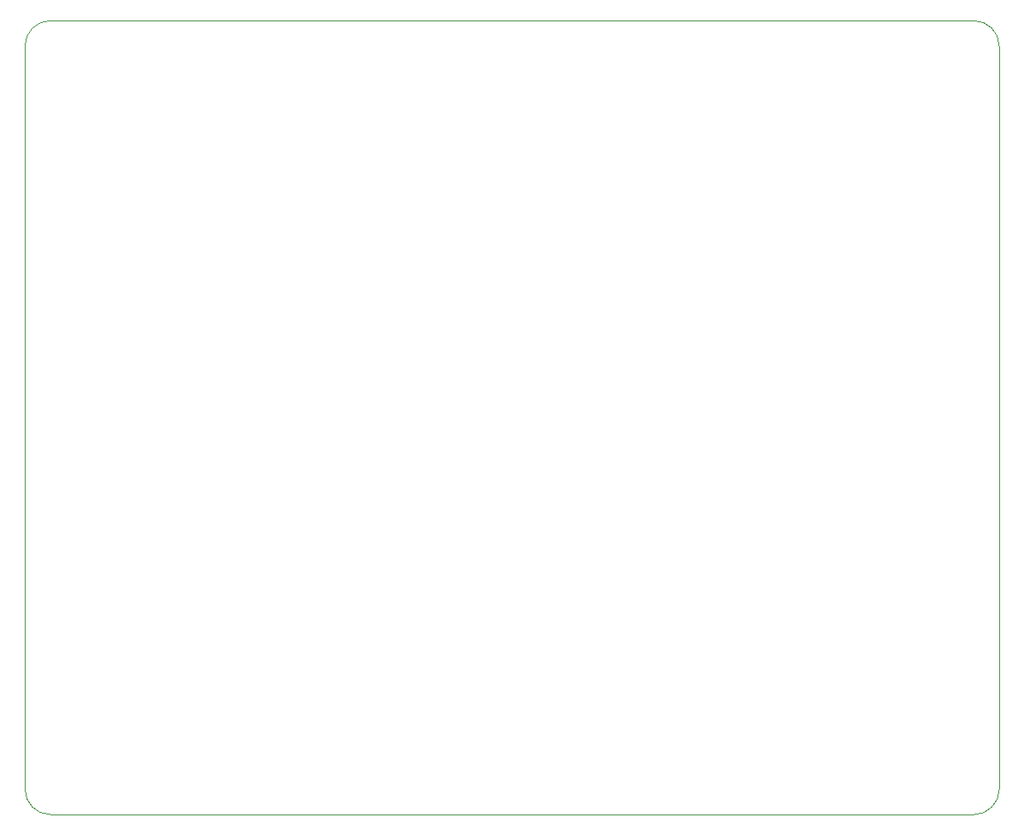
<source format=gm1>
G04 #@! TF.GenerationSoftware,KiCad,Pcbnew,8.0.7*
G04 #@! TF.CreationDate,2024-12-23T09:47:45+09:00*
G04 #@! TF.ProjectId,F767ZI_MB_V1.1,46373637-5a49-45f4-9d42-5f56312e312e,rev?*
G04 #@! TF.SameCoordinates,Original*
G04 #@! TF.FileFunction,Profile,NP*
%FSLAX46Y46*%
G04 Gerber Fmt 4.6, Leading zero omitted, Abs format (unit mm)*
G04 Created by KiCad (PCBNEW 8.0.7) date 2024-12-23 09:47:45*
%MOMM*%
%LPD*%
G01*
G04 APERTURE LIST*
G04 #@! TA.AperFunction,Profile*
%ADD10C,0.100000*%
G04 #@! TD*
G04 APERTURE END LIST*
D10*
X76200000Y-139700000D02*
G75*
G02*
X73660000Y-137160000I0J2540000D01*
G01*
X73660000Y-137160000D02*
X73660000Y-63500000D01*
X167640000Y-60960000D02*
X76200000Y-60960000D01*
X167640000Y-60960000D02*
G75*
G02*
X170180000Y-63500000I0J-2540000D01*
G01*
X73660000Y-63500000D02*
G75*
G02*
X76200000Y-60960000I2540000J0D01*
G01*
X170180000Y-63500000D02*
X170180000Y-137160000D01*
X170180000Y-137160000D02*
G75*
G02*
X167640000Y-139700000I-2540000J0D01*
G01*
X167640000Y-139700000D02*
X76200000Y-139700000D01*
M02*

</source>
